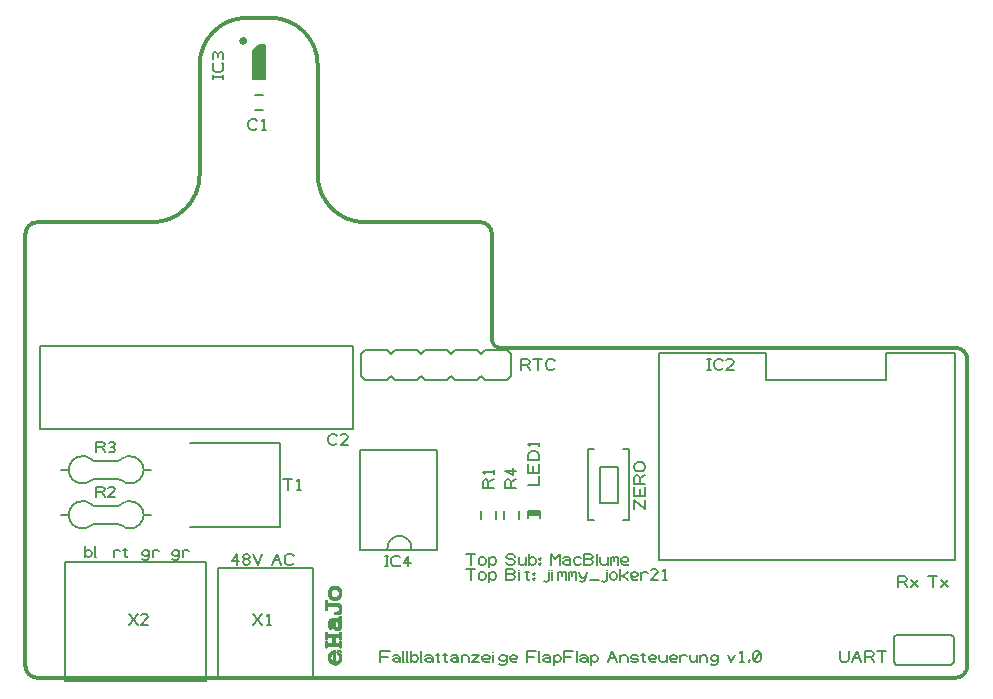
<source format=gbr>
G04 GENERATED BY PULSONIX 12.5 GERBER.DLL 9449*
G04 #@! TF.GenerationSoftware,Pulsonix,Pulsonix,12.5.9449*
G04 #@! TF.CreationDate,2024-10-09T20:32:21--1:00*
G04 #@! TF.Part,Single*
%FSLAX35Y35*%
%LPD*%
%MOMM*%
G04 #@! TF.FileFunction,Legend,Top*
G04 #@! TF.FilePolarity,Positive*
%ADD97C,0.00001*%
G04 #@! TA.AperFunction,Profile*
%ADD98C,0.30000*%
G04 #@! TA.AperFunction,Material*
%ADD102C,0.20000*%
%ADD111C,0.20320*%
G04 #@! TD.AperFunction*
%ADD112C,0.20000*%
G04 #@! TD.AperFunction*
X0Y0D02*
D02*
D97*
X3508801Y2439096D02*
X3603430D01*
Y2443490D01*
X3604016Y2447299D01*
X3604602Y2449936D01*
X3605481Y2451693D01*
X3607238Y2453451D01*
X3609289Y2454623D01*
X3611633Y2455502D01*
X3614270Y2455795D01*
X3617199Y2455502D01*
X3619836Y2454916D01*
X3621887Y2453451D01*
X3623352Y2451986D01*
X3623938Y2450815D01*
X3624524Y2449643D01*
X3625110Y2448178D01*
X3625402Y2446420D01*
X3625695Y2444076D01*
X3625988Y2441733D01*
Y2438803D01*
Y2435873D01*
Y2412729D01*
Y2408041D01*
X3625402Y2404233D01*
X3624524Y2401303D01*
X3623352Y2398959D01*
X3621887Y2397494D01*
X3619836Y2396322D01*
X3617492Y2395443D01*
X3614563D01*
X3611340Y2395736D01*
X3608996Y2396615D01*
X3606652Y2397787D01*
X3604895Y2399838D01*
X3604016Y2402182D01*
X3603430Y2405111D01*
X3603137Y2408627D01*
X3602844Y2412729D01*
Y2414486D01*
X3572375D01*
Y2362045D01*
X3602844D01*
Y2366147D01*
X3603137Y2369369D01*
X3603430Y2372299D01*
X3604309Y2374936D01*
X3605481Y2376986D01*
X3607238Y2379037D01*
X3609289Y2380209D01*
X3611633Y2381088D01*
X3614270Y2381381D01*
X3617199Y2381088D01*
X3619836Y2380502D01*
X3621887Y2379330D01*
X3623352Y2377865D01*
X3624524Y2375815D01*
X3625402Y2372885D01*
X3625988Y2369369D01*
Y2365268D01*
Y2335678D01*
Y2331869D01*
X3625402Y2328354D01*
X3624231Y2325717D01*
X3623059Y2323959D01*
X3621301Y2322494D01*
X3619250Y2321615D01*
X3616906Y2321029D01*
X3614270Y2320736D01*
X3611340Y2321029D01*
X3608996Y2321908D01*
X3606945Y2323080D01*
X3605481Y2324545D01*
X3604602Y2326596D01*
X3604016Y2329233D01*
X3603430Y2333041D01*
Y2337436D01*
X3508801D01*
X3508508Y2333041D01*
X3507922Y2329233D01*
X3507043Y2326596D01*
X3506164Y2324545D01*
X3504699Y2323080D01*
X3502649Y2321908D01*
X3500012Y2321029D01*
X3497082Y2320736D01*
X3494445Y2321029D01*
X3492102Y2321615D01*
X3490344Y2322494D01*
X3488586Y2323959D01*
X3487121Y2326010D01*
X3486242Y2328647D01*
X3485656Y2332162D01*
Y2336264D01*
Y2364096D01*
Y2368783D01*
X3486242Y2372299D01*
X3486828Y2375229D01*
X3488000Y2377279D01*
X3489465Y2379037D01*
X3491516Y2380502D01*
X3494152Y2381088D01*
X3497082Y2381381D01*
X3500012Y2381088D01*
X3502649Y2380209D01*
X3504699Y2378744D01*
X3506457Y2376693D01*
X3507336Y2374350D01*
X3508215Y2371420D01*
X3508508Y2367611D01*
X3508801Y2363510D01*
Y2362045D01*
X3550110D01*
Y2414486D01*
X3508801D01*
Y2410385D01*
X3508508Y2406869D01*
X3507922Y2403940D01*
X3507336Y2401596D01*
X3506164Y2399545D01*
X3504406Y2397494D01*
X3502356Y2396322D01*
X3500012Y2395736D01*
X3497082Y2395443D01*
X3494152Y2395736D01*
X3491516Y2396322D01*
X3489465Y2397494D01*
X3488000Y2399545D01*
X3486828Y2401596D01*
X3486242Y2404525D01*
X3485656Y2408627D01*
Y2413900D01*
Y2440561D01*
Y2444662D01*
X3486242Y2447885D01*
X3487121Y2450522D01*
X3488586Y2452572D01*
X3490344Y2454037D01*
X3492102Y2454916D01*
X3494445Y2455502D01*
X3497082Y2455795D01*
X3500012Y2455502D01*
X3502356Y2454916D01*
X3504406Y2453451D01*
X3506164Y2451986D01*
X3507043Y2449936D01*
X3507922Y2447299D01*
X3508508Y2443490D01*
X3508801Y2439096D01*
G36*
X3508801Y2439096D02*
X3603430D01*
Y2443490D01*
X3604016Y2447299D01*
X3604602Y2449936D01*
X3605481Y2451693D01*
X3607238Y2453451D01*
X3609289Y2454623D01*
X3611633Y2455502D01*
X3614270Y2455795D01*
X3617199Y2455502D01*
X3619836Y2454916D01*
X3621887Y2453451D01*
X3623352Y2451986D01*
X3623938Y2450815D01*
X3624524Y2449643D01*
X3625110Y2448178D01*
X3625402Y2446420D01*
X3625695Y2444076D01*
X3625988Y2441733D01*
Y2438803D01*
Y2435873D01*
Y2412729D01*
Y2408041D01*
X3625402Y2404233D01*
X3624524Y2401303D01*
X3623352Y2398959D01*
X3621887Y2397494D01*
X3619836Y2396322D01*
X3617492Y2395443D01*
X3614563D01*
X3611340Y2395736D01*
X3608996Y2396615D01*
X3606652Y2397787D01*
X3604895Y2399838D01*
X3604016Y2402182D01*
X3603430Y2405111D01*
X3603137Y2408627D01*
X3602844Y2412729D01*
Y2414486D01*
X3572375D01*
Y2362045D01*
X3602844D01*
Y2366147D01*
X3603137Y2369369D01*
X3603430Y2372299D01*
X3604309Y2374936D01*
X3605481Y2376986D01*
X3607238Y2379037D01*
X3609289Y2380209D01*
X3611633Y2381088D01*
X3614270Y2381381D01*
X3617199Y2381088D01*
X3619836Y2380502D01*
X3621887Y2379330D01*
X3623352Y2377865D01*
X3624524Y2375815D01*
X3625402Y2372885D01*
X3625988Y2369369D01*
Y2365268D01*
Y2335678D01*
Y2331869D01*
X3625402Y2328354D01*
X3624231Y2325717D01*
X3623059Y2323959D01*
X3621301Y2322494D01*
X3619250Y2321615D01*
X3616906Y2321029D01*
X3614270Y2320736D01*
X3611340Y2321029D01*
X3608996Y2321908D01*
X3606945Y2323080D01*
X3605481Y2324545D01*
X3604602Y2326596D01*
X3604016Y2329233D01*
X3603430Y2333041D01*
Y2337436D01*
X3508801D01*
X3508508Y2333041D01*
X3507922Y2329233D01*
X3507043Y2326596D01*
X3506164Y2324545D01*
X3504699Y2323080D01*
X3502649Y2321908D01*
X3500012Y2321029D01*
X3497082Y2320736D01*
X3494445Y2321029D01*
X3492102Y2321615D01*
X3490344Y2322494D01*
X3488586Y2323959D01*
X3487121Y2326010D01*
X3486242Y2328647D01*
X3485656Y2332162D01*
Y2336264D01*
Y2364096D01*
Y2368783D01*
X3486242Y2372299D01*
X3486828Y2375229D01*
X3488000Y2377279D01*
X3489465Y2379037D01*
X3491516Y2380502D01*
X3494152Y2381088D01*
X3497082Y2381381D01*
X3500012Y2381088D01*
X3502649Y2380209D01*
X3504699Y2378744D01*
X3506457Y2376693D01*
X3507336Y2374350D01*
X3508215Y2371420D01*
X3508508Y2367611D01*
X3508801Y2363510D01*
Y2362045D01*
X3550110D01*
Y2414486D01*
X3508801D01*
Y2410385D01*
X3508508Y2406869D01*
X3507922Y2403940D01*
X3507336Y2401596D01*
X3506164Y2399545D01*
X3504406Y2397494D01*
X3502356Y2396322D01*
X3500012Y2395736D01*
X3497082Y2395443D01*
X3494152Y2395736D01*
X3491516Y2396322D01*
X3489465Y2397494D01*
X3488000Y2399545D01*
X3486828Y2401596D01*
X3486242Y2404525D01*
X3485656Y2408627D01*
Y2413900D01*
Y2440561D01*
Y2444662D01*
X3486242Y2447885D01*
X3487121Y2450522D01*
X3488586Y2452572D01*
X3490344Y2454037D01*
X3492102Y2454916D01*
X3494445Y2455502D01*
X3497082Y2455795D01*
X3500012Y2455502D01*
X3502356Y2454916D01*
X3504406Y2453451D01*
X3506164Y2451986D01*
X3507043Y2449936D01*
X3507922Y2447299D01*
X3508508Y2443490D01*
X3508801Y2439096D01*
G37*
X3612805Y2587631D02*
X3615442Y2587338D01*
X3617785Y2586752D01*
X3619543Y2585580D01*
X3621301Y2584115D01*
X3622766Y2582065D01*
X3623645Y2580014D01*
X3624231Y2577670D01*
Y2574740D01*
Y2557455D01*
Y2555404D01*
X3623645Y2553354D01*
X3622766Y2551596D01*
X3621887Y2549838D01*
X3618371Y2547494D01*
X3613684Y2546029D01*
X3616320Y2542514D01*
X3618664Y2538412D01*
X3620715Y2534604D01*
X3622473Y2530209D01*
X3624524Y2524643D01*
X3625988Y2519076D01*
X3626867Y2513217D01*
X3627160Y2507065D01*
X3626867Y2502670D01*
X3626574Y2498568D01*
X3625695Y2494760D01*
X3624524Y2490951D01*
X3623059Y2487436D01*
X3621301Y2483920D01*
X3619250Y2480990D01*
X3616906Y2478061D01*
X3614270Y2475424D01*
X3611340Y2473080D01*
X3608410Y2471029D01*
X3605188Y2469565D01*
X3601672Y2468393D01*
X3598156Y2467514D01*
X3594348Y2466928D01*
X3590539Y2466635D01*
X3585852Y2466928D01*
X3581164Y2467514D01*
X3577063Y2468686D01*
X3573254Y2470443D01*
X3569445Y2472494D01*
X3566223Y2475131D01*
X3563000Y2478354D01*
X3560363Y2481869D01*
X3558020Y2485678D01*
X3555676Y2489779D01*
X3553918Y2494174D01*
X3552453Y2498861D01*
X3551574Y2503842D01*
X3550695Y2509408D01*
X3550110Y2515268D01*
Y2521420D01*
Y2528158D01*
X3550695Y2534897D01*
X3552160Y2544272D01*
X3548352Y2543686D01*
X3545129Y2542514D01*
X3542199Y2541049D01*
X3539856Y2538998D01*
X3537805Y2536361D01*
X3536047Y2532553D01*
X3535168Y2528158D01*
X3534875Y2522885D01*
X3535168Y2519076D01*
X3536047Y2514682D01*
X3537219Y2509994D01*
X3539270Y2505014D01*
X3541320Y2499740D01*
X3542785Y2495639D01*
X3543664Y2492123D01*
X3543957Y2489486D01*
X3543664Y2487143D01*
X3543078Y2485092D01*
X3541906Y2483041D01*
X3540442Y2481576D01*
X3538391Y2480111D01*
X3536340Y2479233D01*
X3533703Y2478647D01*
X3531067Y2478354D01*
X3529016Y2478647D01*
X3526672Y2479233D01*
X3524914Y2480404D01*
X3522863Y2482162D01*
X3521106Y2484213D01*
X3519641Y2486850D01*
X3518176Y2489779D01*
X3516711Y2493295D01*
X3514660Y2500033D01*
X3513195Y2507943D01*
X3512317Y2516440D01*
X3512024Y2526108D01*
X3512317Y2531088D01*
X3512902Y2535775D01*
X3513488Y2540170D01*
X3514953Y2544272D01*
X3516418Y2548080D01*
X3518176Y2551596D01*
X3520520Y2554818D01*
X3522863Y2557748D01*
X3525793Y2560385D01*
X3529016Y2562729D01*
X3532531Y2564486D01*
X3536340Y2565951D01*
X3540442Y2567416D01*
X3544836Y2568002D01*
X3549524Y2568588D01*
X3554797Y2568881D01*
X3601379D01*
Y2570639D01*
X3601672Y2574740D01*
X3601965Y2578256D01*
X3602551Y2580893D01*
X3603430Y2583236D01*
X3605188Y2584994D01*
X3607238Y2586459D01*
X3609582Y2587338D01*
X3612805Y2587631D01*
X3572375Y2535483D02*
X3571789Y2530209D01*
X3571496Y2524643D01*
X3572082Y2517025D01*
X3572961Y2510580D01*
X3574426Y2504721D01*
X3576770Y2499740D01*
X3579406Y2496225D01*
X3582336Y2493881D01*
X3585559Y2492123D01*
X3589074Y2491830D01*
X3592004Y2492123D01*
X3594348Y2493002D01*
X3596399Y2494467D01*
X3598449Y2496518D01*
X3600500Y2499154D01*
X3601672Y2502377D01*
X3602551Y2505893D01*
X3602844Y2509701D01*
X3602551Y2516147D01*
X3601086Y2522299D01*
X3599035Y2528451D01*
X3595813Y2534018D01*
X3594348Y2536361D01*
X3592883Y2538412D01*
X3591125Y2540170D01*
X3589660Y2541635D01*
X3588195Y2542807D01*
X3586731Y2543686D01*
X3585266Y2543979D01*
X3583801Y2544272D01*
X3574133D01*
X3572375Y2535483D01*
X3512268Y2518051D02*
G36*
X3512268Y2518051D02*
X3512317Y2516440D01*
X3513195Y2507943D01*
X3514660Y2500033D01*
X3516711Y2493295D01*
X3518176Y2489779D01*
X3519641Y2486850D01*
X3521106Y2484213D01*
X3522863Y2482162D01*
X3524914Y2480404D01*
X3526672Y2479233D01*
X3529016Y2478647D01*
X3531067Y2478354D01*
X3533703Y2478647D01*
X3536340Y2479233D01*
X3538391Y2480111D01*
X3540442Y2481576D01*
X3541906Y2483041D01*
X3543078Y2485092D01*
X3543664Y2487143D01*
X3543957Y2489486D01*
X3543664Y2492123D01*
X3542785Y2495639D01*
X3541320Y2499740D01*
X3539270Y2505014D01*
X3537219Y2509994D01*
X3536047Y2514682D01*
X3535373Y2518051D01*
X3512268D01*
G37*
X3512024Y2526108D02*
G36*
X3512024Y2526108D02*
X3512268Y2518051D01*
X3535373D01*
X3535168Y2519076D01*
X3534875Y2522885D01*
X3535168Y2528158D01*
X3536047Y2532553D01*
X3537805Y2536361D01*
X3539856Y2538998D01*
X3542199Y2541049D01*
X3545129Y2542514D01*
X3548352Y2543686D01*
X3552160Y2544272D01*
X3550695Y2534897D01*
X3550110Y2528158D01*
Y2521420D01*
Y2518051D01*
X3572003D01*
X3571496Y2524643D01*
X3571789Y2530209D01*
X3572375Y2535483D01*
X3574133Y2544272D01*
X3583801D01*
X3585266Y2543979D01*
X3586731Y2543686D01*
X3588195Y2542807D01*
X3589660Y2541635D01*
X3591125Y2540170D01*
X3592883Y2538412D01*
X3594348Y2536361D01*
X3595813Y2534018D01*
X3599035Y2528451D01*
X3601086Y2522299D01*
X3602098Y2518051D01*
X3626142D01*
X3625988Y2519076D01*
X3624524Y2524643D01*
X3622473Y2530209D01*
X3620715Y2534604D01*
X3618664Y2538412D01*
X3616320Y2542514D01*
X3613684Y2546029D01*
X3618371Y2547494D01*
X3621887Y2549838D01*
X3622766Y2551596D01*
X3623645Y2553354D01*
X3624231Y2555404D01*
Y2557455D01*
Y2574740D01*
Y2577670D01*
X3623645Y2580014D01*
X3622766Y2582065D01*
X3621301Y2584115D01*
X3619543Y2585580D01*
X3617785Y2586752D01*
X3615442Y2587338D01*
X3612805Y2587631D01*
X3609582Y2587338D01*
X3607238Y2586459D01*
X3605188Y2584994D01*
X3603430Y2583236D01*
X3602551Y2580893D01*
X3601965Y2578256D01*
X3601672Y2574740D01*
X3601379Y2570639D01*
Y2568881D01*
X3554797D01*
X3549524Y2568588D01*
X3544836Y2568002D01*
X3540442Y2567416D01*
X3536340Y2565951D01*
X3532531Y2564486D01*
X3529016Y2562729D01*
X3525793Y2560385D01*
X3522863Y2557748D01*
X3520520Y2554818D01*
X3518176Y2551596D01*
X3516418Y2548080D01*
X3514953Y2544272D01*
X3513488Y2540170D01*
X3512902Y2535775D01*
X3512317Y2531088D01*
X3512024Y2526108D01*
G37*
X3550110Y2518051D02*
G36*
X3550110Y2518051D02*
Y2515268D01*
X3550695Y2509408D01*
X3551574Y2503842D01*
X3552453Y2498861D01*
X3553918Y2494174D01*
X3555676Y2489779D01*
X3558020Y2485678D01*
X3560363Y2481869D01*
X3563000Y2478354D01*
X3566223Y2475131D01*
X3569445Y2472494D01*
X3573254Y2470443D01*
X3577063Y2468686D01*
X3581164Y2467514D01*
X3585852Y2466928D01*
X3590539Y2466635D01*
X3594348Y2466928D01*
X3598156Y2467514D01*
X3601672Y2468393D01*
X3605188Y2469565D01*
X3608410Y2471029D01*
X3611340Y2473080D01*
X3614270Y2475424D01*
X3616906Y2478061D01*
X3619250Y2480990D01*
X3621301Y2483920D01*
X3623059Y2487436D01*
X3624524Y2490951D01*
X3625695Y2494760D01*
X3626574Y2498568D01*
X3626867Y2502670D01*
X3627160Y2507065D01*
X3626867Y2513217D01*
X3626142Y2518051D01*
X3602098D01*
X3602551Y2516147D01*
X3602844Y2509701D01*
X3602551Y2505893D01*
X3601672Y2502377D01*
X3600500Y2499154D01*
X3598449Y2496518D01*
X3596399Y2494467D01*
X3594348Y2493002D01*
X3592004Y2492123D01*
X3589074Y2491830D01*
X3585559Y2492123D01*
X3582336Y2493881D01*
X3579406Y2496225D01*
X3576770Y2499740D01*
X3574426Y2504721D01*
X3572961Y2510580D01*
X3572082Y2517025D01*
X3572003Y2518051D01*
X3550110D01*
G37*
X3497082Y2727377D02*
X3500012Y2727084D01*
X3502649Y2726205D01*
X3504699Y2725033D01*
X3506457Y2723275D01*
X3507336Y2721225D01*
X3508215Y2718588D01*
X3508508Y2715072D01*
X3508801Y2710678D01*
Y2700131D01*
X3576184D01*
X3582629Y2699838D01*
X3588488Y2699252D01*
X3594055Y2698373D01*
X3599328Y2697201D01*
X3604016Y2695443D01*
X3608117Y2693393D01*
X3611926Y2691049D01*
X3615149Y2688412D01*
X3618078Y2685190D01*
X3620422Y2681381D01*
X3622766Y2677572D01*
X3624524Y2672885D01*
X3625695Y2668197D01*
X3626867Y2662631D01*
X3627453Y2657065D01*
Y2650912D01*
Y2645346D01*
X3626867Y2640072D01*
X3626281Y2635092D01*
X3625110Y2630111D01*
X3623938Y2625424D01*
X3621887Y2620443D01*
X3619836Y2615463D01*
X3617199Y2610483D01*
X3616027Y2608139D01*
X3614563Y2606381D01*
X3613391Y2604916D01*
X3611926Y2604037D01*
X3610168Y2603451D01*
X3608117Y2602865D01*
X3605481Y2602572D01*
X3602551D01*
X3576477D01*
X3572082D01*
X3568860Y2603158D01*
X3566223Y2603744D01*
X3564465Y2604916D01*
X3563000Y2606381D01*
X3561828Y2608432D01*
X3561242Y2610483D01*
X3560949Y2612826D01*
X3561535Y2616635D01*
X3562707Y2619565D01*
X3564758Y2622201D01*
X3567688Y2623666D01*
X3569152Y2624252D01*
X3570910Y2624838D01*
X3572082D01*
X3573547Y2625131D01*
X3575012D01*
X3577063D01*
X3578235D01*
X3584387Y2625424D01*
X3589953Y2626303D01*
X3593469Y2627475D01*
X3596692Y2629525D01*
X3599328Y2631576D01*
X3601965Y2634213D01*
X3603723Y2637729D01*
X3605188Y2641244D01*
X3605774Y2645346D01*
X3606067Y2649740D01*
X3605774Y2656186D01*
X3604309Y2661459D01*
X3601965Y2665854D01*
X3598742Y2669369D01*
X3596692Y2670541D01*
X3594641Y2672006D01*
X3591711Y2672885D01*
X3588781Y2673764D01*
X3585266Y2674350D01*
X3581750Y2674936D01*
X3577649Y2675229D01*
X3573254D01*
X3508801D01*
Y2659115D01*
X3508508Y2654428D01*
X3508215Y2650912D01*
X3507336Y2648275D01*
X3506457Y2646225D01*
X3504699Y2644467D01*
X3502649Y2643002D01*
X3500012Y2642416D01*
X3497082Y2642123D01*
X3494445D01*
X3492102Y2642709D01*
X3490344Y2643881D01*
X3488586Y2645053D01*
X3487121Y2646811D01*
X3486242Y2648861D01*
X3485656Y2651205D01*
Y2653842D01*
Y2715951D01*
Y2718588D01*
X3486242Y2720932D01*
X3487414Y2722690D01*
X3488879Y2724447D01*
X3490637Y2725619D01*
X3492395Y2726498D01*
X3494738Y2727084D01*
X3497082Y2727377D01*
G36*
X3497082Y2727377D02*
X3500012Y2727084D01*
X3502649Y2726205D01*
X3504699Y2725033D01*
X3506457Y2723275D01*
X3507336Y2721225D01*
X3508215Y2718588D01*
X3508508Y2715072D01*
X3508801Y2710678D01*
Y2700131D01*
X3576184D01*
X3582629Y2699838D01*
X3588488Y2699252D01*
X3594055Y2698373D01*
X3599328Y2697201D01*
X3604016Y2695443D01*
X3608117Y2693393D01*
X3611926Y2691049D01*
X3615149Y2688412D01*
X3618078Y2685190D01*
X3620422Y2681381D01*
X3622766Y2677572D01*
X3624524Y2672885D01*
X3625695Y2668197D01*
X3626867Y2662631D01*
X3627453Y2657065D01*
Y2650912D01*
Y2645346D01*
X3626867Y2640072D01*
X3626281Y2635092D01*
X3625110Y2630111D01*
X3623938Y2625424D01*
X3621887Y2620443D01*
X3619836Y2615463D01*
X3617199Y2610483D01*
X3616027Y2608139D01*
X3614563Y2606381D01*
X3613391Y2604916D01*
X3611926Y2604037D01*
X3610168Y2603451D01*
X3608117Y2602865D01*
X3605481Y2602572D01*
X3602551D01*
X3576477D01*
X3572082D01*
X3568860Y2603158D01*
X3566223Y2603744D01*
X3564465Y2604916D01*
X3563000Y2606381D01*
X3561828Y2608432D01*
X3561242Y2610483D01*
X3560949Y2612826D01*
X3561535Y2616635D01*
X3562707Y2619565D01*
X3564758Y2622201D01*
X3567688Y2623666D01*
X3569152Y2624252D01*
X3570910Y2624838D01*
X3572082D01*
X3573547Y2625131D01*
X3575012D01*
X3577063D01*
X3578235D01*
X3584387Y2625424D01*
X3589953Y2626303D01*
X3593469Y2627475D01*
X3596692Y2629525D01*
X3599328Y2631576D01*
X3601965Y2634213D01*
X3603723Y2637729D01*
X3605188Y2641244D01*
X3605774Y2645346D01*
X3606067Y2649740D01*
X3605774Y2656186D01*
X3604309Y2661459D01*
X3601965Y2665854D01*
X3598742Y2669369D01*
X3596692Y2670541D01*
X3594641Y2672006D01*
X3591711Y2672885D01*
X3588781Y2673764D01*
X3585266Y2674350D01*
X3581750Y2674936D01*
X3577649Y2675229D01*
X3573254D01*
X3508801D01*
Y2659115D01*
X3508508Y2654428D01*
X3508215Y2650912D01*
X3507336Y2648275D01*
X3506457Y2646225D01*
X3504699Y2644467D01*
X3502649Y2643002D01*
X3500012Y2642416D01*
X3497082Y2642123D01*
X3494445D01*
X3492102Y2642709D01*
X3490344Y2643881D01*
X3488586Y2645053D01*
X3487121Y2646811D01*
X3486242Y2648861D01*
X3485656Y2651205D01*
Y2653842D01*
Y2715951D01*
Y2718588D01*
X3486242Y2720932D01*
X3487414Y2722690D01*
X3488879Y2724447D01*
X3490637Y2725619D01*
X3492395Y2726498D01*
X3494738Y2727084D01*
X3497082Y2727377D01*
G37*
X3569445Y2846029D02*
X3575598Y2845736D01*
X3581457Y2845150D01*
X3587317Y2843686D01*
X3592590Y2841928D01*
X3597570Y2839291D01*
X3602258Y2836361D01*
X3606945Y2832846D01*
X3611047Y2828744D01*
X3614856Y2824350D01*
X3618078Y2819662D01*
X3620715Y2814389D01*
X3623059Y2809115D01*
X3624817Y2803256D01*
X3625988Y2797397D01*
X3626867Y2790951D01*
X3627160Y2784213D01*
X3626867Y2777475D01*
X3625988Y2771322D01*
X3624817Y2765170D01*
X3623059Y2759604D01*
X3620715Y2754330D01*
X3618078Y2749057D01*
X3614856Y2744369D01*
X3611047Y2739975D01*
X3606945Y2735873D01*
X3602258Y2732358D01*
X3597570Y2729428D01*
X3592590Y2726791D01*
X3587317Y2725033D01*
X3581750Y2723568D01*
X3575891Y2722983D01*
X3569738Y2722690D01*
X3563586Y2722983D01*
X3557434Y2723568D01*
X3551867Y2725033D01*
X3546594Y2726791D01*
X3541613Y2729428D01*
X3536926Y2732358D01*
X3532238Y2735873D01*
X3528137Y2739975D01*
X3524328Y2744369D01*
X3521106Y2749057D01*
X3518469Y2754330D01*
X3516125Y2759604D01*
X3514367Y2765170D01*
X3513195Y2771322D01*
X3512317Y2777768D01*
X3512024Y2784213D01*
X3512317Y2790951D01*
X3513195Y2797397D01*
X3514367Y2803256D01*
X3516125Y2809115D01*
X3518469Y2814389D01*
X3521106Y2819662D01*
X3524328Y2824350D01*
X3528137Y2828744D01*
X3532238Y2832846D01*
X3536926Y2836361D01*
X3541613Y2839291D01*
X3546594Y2841928D01*
X3551867Y2843686D01*
X3557434Y2845150D01*
X3563293Y2845736D01*
X3569445Y2846029D01*
Y2749350D02*
X3573254Y2749643D01*
X3576770Y2749936D01*
X3580285Y2750815D01*
X3583508Y2751693D01*
X3586438Y2753158D01*
X3589367Y2754916D01*
X3592004Y2756967D01*
X3594641Y2759018D01*
X3596985Y2761654D01*
X3599035Y2764291D01*
X3600500Y2767221D01*
X3601965Y2770150D01*
X3603137Y2773666D01*
X3603723Y2776889D01*
X3604309Y2780697D01*
Y2784506D01*
Y2788022D01*
X3603723Y2791830D01*
X3603137Y2795346D01*
X3601965Y2798568D01*
X3600500Y2801498D01*
X3599035Y2804428D01*
X3596985Y2807065D01*
X3594641Y2809701D01*
X3592004Y2812045D01*
X3589367Y2814096D01*
X3586438Y2815854D01*
X3583508Y2817025D01*
X3580285Y2818197D01*
X3577063Y2819076D01*
X3573254Y2819369D01*
X3569738Y2819662D01*
X3565930Y2819369D01*
X3562414Y2819076D01*
X3558899Y2818197D01*
X3555676Y2817025D01*
X3552746Y2815854D01*
X3549817Y2814096D01*
X3546887Y2812045D01*
X3544543Y2809701D01*
X3542199Y2807065D01*
X3540149Y2804428D01*
X3538391Y2801498D01*
X3536926Y2798568D01*
X3536047Y2795346D01*
X3535168Y2791830D01*
X3534875Y2788022D01*
X3534582Y2784506D01*
X3534875Y2780697D01*
X3535168Y2776889D01*
X3536047Y2773666D01*
X3536926Y2770150D01*
X3538391Y2767221D01*
X3540149Y2764291D01*
X3542199Y2761654D01*
X3544543Y2759018D01*
X3546887Y2756967D01*
X3549817Y2754916D01*
X3552453Y2753158D01*
X3555676Y2751693D01*
X3558899Y2750815D01*
X3562121Y2749936D01*
X3565637Y2749643D01*
X3569445Y2749350D01*
X3512037Y2784506D02*
G36*
X3512037Y2784506D02*
X3534582D01*
X3534875Y2788022D01*
X3535168Y2791830D01*
X3536047Y2795346D01*
X3536926Y2798568D01*
X3538391Y2801498D01*
X3540149Y2804428D01*
X3542199Y2807065D01*
X3544543Y2809701D01*
X3546887Y2812045D01*
X3549817Y2814096D01*
X3552746Y2815854D01*
X3555676Y2817025D01*
X3558899Y2818197D01*
X3562414Y2819076D01*
X3565930Y2819369D01*
X3569738Y2819662D01*
X3573254Y2819369D01*
X3577063Y2819076D01*
X3580285Y2818197D01*
X3583508Y2817025D01*
X3586438Y2815854D01*
X3589367Y2814096D01*
X3592004Y2812045D01*
X3594641Y2809701D01*
X3596985Y2807065D01*
X3599035Y2804428D01*
X3600500Y2801498D01*
X3601965Y2798568D01*
X3603137Y2795346D01*
X3603723Y2791830D01*
X3604309Y2788022D01*
Y2784506D01*
X3627147D01*
X3626867Y2790951D01*
X3625988Y2797397D01*
X3624817Y2803256D01*
X3623059Y2809115D01*
X3620715Y2814389D01*
X3618078Y2819662D01*
X3614856Y2824350D01*
X3611047Y2828744D01*
X3606945Y2832846D01*
X3602258Y2836361D01*
X3597570Y2839291D01*
X3592590Y2841928D01*
X3587317Y2843686D01*
X3581457Y2845150D01*
X3575598Y2845736D01*
X3569445Y2846029D01*
X3563293Y2845736D01*
X3557434Y2845150D01*
X3551867Y2843686D01*
X3546594Y2841928D01*
X3541613Y2839291D01*
X3536926Y2836361D01*
X3532238Y2832846D01*
X3528137Y2828744D01*
X3524328Y2824350D01*
X3521106Y2819662D01*
X3518469Y2814389D01*
X3516125Y2809115D01*
X3514367Y2803256D01*
X3513195Y2797397D01*
X3512317Y2790951D01*
X3512037Y2784506D01*
G37*
X3512024Y2784213D02*
G36*
X3512024Y2784213D02*
X3512317Y2777768D01*
X3513195Y2771322D01*
X3514367Y2765170D01*
X3516125Y2759604D01*
X3518469Y2754330D01*
X3521106Y2749057D01*
X3524328Y2744369D01*
X3528137Y2739975D01*
X3532238Y2735873D01*
X3536926Y2732358D01*
X3541613Y2729428D01*
X3546594Y2726791D01*
X3551867Y2725033D01*
X3557434Y2723568D01*
X3563586Y2722983D01*
X3569738Y2722690D01*
X3575891Y2722983D01*
X3581750Y2723568D01*
X3587317Y2725033D01*
X3592590Y2726791D01*
X3597570Y2729428D01*
X3602258Y2732358D01*
X3606945Y2735873D01*
X3611047Y2739975D01*
X3614856Y2744369D01*
X3618078Y2749057D01*
X3620715Y2754330D01*
X3623059Y2759604D01*
X3624817Y2765170D01*
X3625988Y2771322D01*
X3626867Y2777475D01*
X3627160Y2784213D01*
X3627147Y2784506D01*
X3604309D01*
Y2780697D01*
X3603723Y2776889D01*
X3603137Y2773666D01*
X3601965Y2770150D01*
X3600500Y2767221D01*
X3599035Y2764291D01*
X3596985Y2761654D01*
X3594641Y2759018D01*
X3592004Y2756967D01*
X3589367Y2754916D01*
X3586438Y2753158D01*
X3583508Y2751693D01*
X3580285Y2750815D01*
X3576770Y2749936D01*
X3573254Y2749643D01*
X3569445Y2749350D01*
X3565637Y2749643D01*
X3562121Y2749936D01*
X3558899Y2750815D01*
X3555676Y2751693D01*
X3552453Y2753158D01*
X3549817Y2754916D01*
X3546887Y2756967D01*
X3544543Y2759018D01*
X3542199Y2761654D01*
X3540149Y2764291D01*
X3538391Y2767221D01*
X3536926Y2770150D01*
X3536047Y2773666D01*
X3535168Y2776889D01*
X3534875Y2780697D01*
X3534582Y2784506D01*
X3512037D01*
X3512024Y2784213D01*
G37*
X3587610Y2272983D02*
X3585852Y2276205D01*
X3584973Y2279428D01*
X3584680Y2283236D01*
X3584973Y2286752D01*
X3585852Y2290268D01*
X3587610Y2293490D01*
X3589953Y2296127D01*
X3592883Y2298471D01*
X3596106Y2300229D01*
X3599621Y2301108D01*
X3603137Y2301693D01*
X3606652Y2301108D01*
X3610461Y2300229D01*
X3613391Y2298471D01*
X3616320Y2296420D01*
X3618664Y2293490D01*
X3620422Y2290268D01*
X3621301Y2286752D01*
X3621594Y2283236D01*
X3621301Y2279428D01*
X3619250Y2274447D01*
X3621594Y2268002D01*
X3623352Y2261850D01*
X3624817Y2255990D01*
X3625695Y2249838D01*
X3625988Y2243686D01*
Y2237826D01*
X3625695Y2231381D01*
X3625110Y2225229D01*
X3623938Y2219662D01*
X3622180Y2214096D01*
X3620129Y2209115D01*
X3617492Y2204428D01*
X3614563Y2199740D01*
X3611047Y2195639D01*
X3604895Y2190365D01*
X3597863Y2185971D01*
X3589953Y2182748D01*
X3581164Y2180404D01*
X3577649Y2177475D01*
X3573547Y2175424D01*
X3568860Y2174838D01*
X3563879Y2175131D01*
X3560656Y2176303D01*
X3557434Y2177768D01*
X3554797Y2179818D01*
X3552453Y2182455D01*
X3546008Y2184799D01*
X3539856Y2188022D01*
X3534289Y2192123D01*
X3529016Y2196811D01*
X3525500Y2201205D01*
X3522277Y2205893D01*
X3519641Y2210873D01*
X3517590Y2216147D01*
X3515832Y2221713D01*
X3514660Y2227865D01*
X3513781Y2234018D01*
X3513488Y2240463D01*
X3513781Y2246615D01*
X3514367Y2252182D01*
X3515539Y2257455D01*
X3517297Y2262729D01*
X3519348Y2267709D01*
X3521692Y2272104D01*
X3524621Y2276498D01*
X3528137Y2280600D01*
X3531945Y2284408D01*
X3536047Y2287631D01*
X3540442Y2290561D01*
X3544836Y2292904D01*
X3549524Y2294662D01*
X3554211Y2295834D01*
X3559485Y2296713D01*
X3564465D01*
X3567981D01*
X3570910Y2296127D01*
X3572961Y2294955D01*
X3574719Y2293490D01*
X3575891Y2291440D01*
X3576477Y2287924D01*
X3577063Y2283529D01*
Y2277670D01*
Y2209115D01*
X3579699Y2207358D01*
X3582043Y2205014D01*
X3586731Y2206186D01*
X3590832Y2208236D01*
X3594641Y2210580D01*
X3597863Y2213803D01*
X3601379Y2218783D01*
X3604016Y2224643D01*
X3605481Y2231674D01*
X3605774Y2239584D01*
X3605481Y2245150D01*
X3604309Y2251596D01*
X3602551Y2258041D01*
X3599914Y2264779D01*
X3599621D01*
X3596106Y2265951D01*
X3592590Y2267709D01*
X3589953Y2270053D01*
X3587610Y2272983D01*
X3540442Y2217025D02*
X3543371Y2213803D01*
X3546887Y2210873D01*
X3550402Y2208529D01*
X3554797Y2206479D01*
X3557727Y2209115D01*
X3558020Y2271518D01*
X3553039Y2270346D01*
X3548352Y2268295D01*
X3544250Y2265365D01*
X3540735Y2261850D01*
X3537512Y2257162D01*
X3535461Y2252182D01*
X3533996Y2246615D01*
X3533410Y2240463D01*
X3533996Y2233725D01*
X3535168Y2227572D01*
X3537512Y2222006D01*
X3540442Y2217025D01*
X3575305Y2198275D02*
X3574133Y2199740D01*
X3572668Y2200912D01*
X3571203Y2201791D01*
X3569445Y2202377D01*
X3567688D01*
X3565930D01*
X3564172Y2201791D01*
X3562707Y2200912D01*
X3561242Y2199740D01*
X3560070Y2198275D01*
X3559192Y2196811D01*
X3558899Y2195053D01*
X3558606Y2193295D01*
X3558899Y2191537D01*
X3559192Y2189779D01*
X3560070Y2188022D01*
X3561242Y2186850D01*
X3562414Y2185678D01*
X3565637Y2184213D01*
X3567688D01*
X3569445D01*
X3570910Y2184799D01*
X3572668Y2185678D01*
X3574133Y2186557D01*
X3575012Y2188022D01*
X3575891Y2189486D01*
X3576477Y2191244D01*
X3576770Y2193002D01*
X3576477Y2194760D01*
X3575891Y2196518D01*
X3575305Y2198275D01*
X3610754Y2288217D02*
X3609582Y2289682D01*
X3608117Y2290561D01*
X3606652Y2291440D01*
X3604602Y2292025D01*
X3602844Y2292318D01*
X3601086Y2292025D01*
X3599621Y2291440D01*
X3597863Y2290854D01*
X3595520Y2288217D01*
X3594055Y2284994D01*
X3593762Y2282943D01*
X3594055Y2281186D01*
X3594641Y2279428D01*
X3595520Y2277963D01*
X3596692Y2276498D01*
X3598156Y2275326D01*
X3601379Y2274154D01*
X3603137Y2273861D01*
X3604895Y2274154D01*
X3606652Y2274447D01*
X3608117Y2275619D01*
X3609582Y2276791D01*
X3610754Y2278256D01*
X3611633Y2279721D01*
X3611926Y2281479D01*
X3612219Y2283236D01*
X3611926Y2284994D01*
X3611633Y2286459D01*
X3610754Y2288217D01*
X3513488Y2240463D02*
G36*
X3513488Y2240463D02*
X3513555Y2238998D01*
X3533537D01*
X3533410Y2240463D01*
X3533996Y2246615D01*
X3535461Y2252182D01*
X3537512Y2257162D01*
X3540735Y2261850D01*
X3544250Y2265365D01*
X3548352Y2268295D01*
X3553039Y2270346D01*
X3558020Y2271518D01*
X3557867Y2238998D01*
X3577063D01*
Y2277670D01*
Y2283089D01*
X3530626D01*
X3528137Y2280600D01*
X3524621Y2276498D01*
X3521692Y2272104D01*
X3519348Y2267709D01*
X3517297Y2262729D01*
X3515539Y2257455D01*
X3514367Y2252182D01*
X3513781Y2246615D01*
X3513488Y2240463D01*
G37*
X3530626Y2283089D02*
G36*
X3530626Y2283089D02*
X3577063D01*
Y2283529D01*
X3576477Y2287924D01*
X3575891Y2291440D01*
X3574719Y2293490D01*
X3572961Y2294955D01*
X3570910Y2296127D01*
X3567981Y2296713D01*
X3564465D01*
X3559485D01*
X3554211Y2295834D01*
X3549524Y2294662D01*
X3544836Y2292904D01*
X3540442Y2290561D01*
X3536047Y2287631D01*
X3531945Y2284408D01*
X3530626Y2283089D01*
G37*
X3532971Y2193295D02*
G36*
X3532971Y2193295D02*
X3534289Y2192123D01*
X3539856Y2188022D01*
X3546008Y2184799D01*
X3552453Y2182455D01*
X3554797Y2179818D01*
X3557434Y2177768D01*
X3560656Y2176303D01*
X3563879Y2175131D01*
X3568860Y2174838D01*
X3573547Y2175424D01*
X3577649Y2177475D01*
X3581164Y2180404D01*
X3589953Y2182748D01*
X3597863Y2185971D01*
X3604895Y2190365D01*
X3608313Y2193295D01*
X3576721D01*
X3576770Y2193002D01*
X3576477Y2191244D01*
X3575891Y2189486D01*
X3575012Y2188022D01*
X3574133Y2186557D01*
X3572668Y2185678D01*
X3570910Y2184799D01*
X3569445Y2184213D01*
X3567688D01*
X3565637D01*
X3562414Y2185678D01*
X3561242Y2186850D01*
X3560070Y2188022D01*
X3559192Y2189779D01*
X3558899Y2191537D01*
X3558606Y2193295D01*
X3532971D01*
G37*
X3584680Y2283236D02*
G36*
X3584680Y2283236D02*
X3584691Y2283089D01*
X3593783D01*
X3594055Y2284994D01*
X3595520Y2288217D01*
X3597863Y2290854D01*
X3599621Y2291440D01*
X3601086Y2292025D01*
X3602844Y2292318D01*
X3604602Y2292025D01*
X3606652Y2291440D01*
X3608117Y2290561D01*
X3609582Y2289682D01*
X3610754Y2288217D01*
X3611633Y2286459D01*
X3611926Y2284994D01*
X3612219Y2283236D01*
X3612194Y2283089D01*
X3621583D01*
X3621594Y2283236D01*
X3621301Y2286752D01*
X3620422Y2290268D01*
X3618664Y2293490D01*
X3616320Y2296420D01*
X3613391Y2298471D01*
X3610461Y2300229D01*
X3606652Y2301108D01*
X3603137Y2301693D01*
X3599621Y2301108D01*
X3596106Y2300229D01*
X3592883Y2298471D01*
X3589953Y2296127D01*
X3587610Y2293490D01*
X3585852Y2290268D01*
X3584973Y2286752D01*
X3584680Y2283236D01*
G37*
X3513555Y2238998D02*
G36*
X3513555Y2238998D02*
X3513781Y2234018D01*
X3514660Y2227865D01*
X3515832Y2221713D01*
X3517590Y2216147D01*
X3519641Y2210873D01*
X3522277Y2205893D01*
X3525500Y2201205D01*
X3529016Y2196811D01*
X3532971Y2193295D01*
X3558606D01*
X3558899Y2195053D01*
X3559192Y2196811D01*
X3560070Y2198275D01*
X3561242Y2199740D01*
X3562707Y2200912D01*
X3564172Y2201791D01*
X3565930Y2202377D01*
X3567688D01*
X3569445D01*
X3571203Y2201791D01*
X3572668Y2200912D01*
X3574133Y2199740D01*
X3575305Y2198275D01*
X3575891Y2196518D01*
X3576477Y2194760D01*
X3576721Y2193295D01*
X3608313D01*
X3611047Y2195639D01*
X3614563Y2199740D01*
X3617492Y2204428D01*
X3620129Y2209115D01*
X3622180Y2214096D01*
X3623938Y2219662D01*
X3625110Y2225229D01*
X3625695Y2231381D01*
X3625988Y2237826D01*
Y2238998D01*
X3605752D01*
X3605481Y2231674D01*
X3604016Y2224643D01*
X3601379Y2218783D01*
X3597863Y2213803D01*
X3594641Y2210580D01*
X3590832Y2208236D01*
X3586731Y2206186D01*
X3582043Y2205014D01*
X3579699Y2207358D01*
X3577063Y2209115D01*
Y2238998D01*
X3557867D01*
X3557727Y2209115D01*
X3554797Y2206479D01*
X3550402Y2208529D01*
X3546887Y2210873D01*
X3543371Y2213803D01*
X3540442Y2217025D01*
X3537512Y2222006D01*
X3535168Y2227572D01*
X3533996Y2233725D01*
X3533537Y2238998D01*
X3513555D01*
G37*
X3584691Y2283089D02*
G36*
X3584691Y2283089D02*
X3584973Y2279428D01*
X3585852Y2276205D01*
X3587610Y2272983D01*
X3589953Y2270053D01*
X3592590Y2267709D01*
X3596106Y2265951D01*
X3599621Y2264779D01*
X3599914D01*
X3602551Y2258041D01*
X3604309Y2251596D01*
X3605481Y2245150D01*
X3605774Y2239584D01*
X3605752Y2238998D01*
X3625988D01*
Y2243686D01*
X3625695Y2249838D01*
X3624817Y2255990D01*
X3623352Y2261850D01*
X3621594Y2268002D01*
X3619250Y2274447D01*
X3621301Y2279428D01*
X3621583Y2283089D01*
X3612194D01*
X3611926Y2281479D01*
X3611633Y2279721D01*
X3610754Y2278256D01*
X3609582Y2276791D01*
X3608117Y2275619D01*
X3606652Y2274447D01*
X3604895Y2274154D01*
X3603137Y2273861D01*
X3601379Y2274154D01*
X3598156Y2275326D01*
X3596692Y2276498D01*
X3595520Y2277963D01*
X3594641Y2279428D01*
X3594055Y2281186D01*
X3593762Y2282943D01*
X3593783Y2283089D01*
X3584691D01*
G37*
D02*
D98*
X1051797Y5922545D02*
X2026797D01*
G75*
G03*
X2426797Y6322545I0J400000D01*
G01*
Y7253045D01*
G75*
G02*
X2826797Y7653045I400000J0D01*
G01*
X3026797D01*
G75*
G02*
X3426797Y7253045I0J-400000D01*
G01*
Y6322545D01*
G75*
G03*
X3826797Y5922545I400000J0D01*
G01*
X4801797D01*
G75*
G02*
X4901797Y5822545I0J-100000D01*
G01*
Y4922545D01*
G75*
G03*
X4965297Y4859045I63500J0D01*
G01*
X8826797D01*
G75*
G02*
X8926797Y4759045I0J-100000D01*
G01*
Y2165045D01*
G75*
G02*
X8826797Y2065045I-100000J0D01*
G01*
X1051797D01*
G75*
G02*
X951797Y2165045I0J100000D01*
G01*
Y5822545D01*
G75*
G02*
X1051797Y5922545I100000J0D01*
G01*
D02*
D102*
X1283297Y3046545D02*
X2483297D01*
Y2036545D01*
X1283297D01*
Y3046545D01*
X1317797Y3444545D02*
X1254297D01*
X1317797Y3825545D02*
X1254297D01*
X1952797Y3444545D02*
X2016297D01*
X1952797D02*
G75*
G02*
X1837797Y3329545I-115000J0D01*
G01*
X1809922D01*
G75*
G02*
X1778297Y3349295I7323J46922D01*
G01*
G75*
G03*
X1730547Y3369545I-45262J-40305D01*
G01*
X1540047D01*
G75*
G03*
X1492297Y3345420I2096J-63465D01*
G01*
G75*
G02*
X1460297Y3329545I-34291J28933D01*
G01*
X1432797D01*
G75*
G02*
X1317797Y3444545I0J115000D01*
G01*
G75*
G02*
X1432797Y3559545I115000J0D01*
G01*
X1460297D01*
G75*
G02*
X1492297Y3543670I-3620J-47487D01*
G01*
G75*
G03*
X1532422Y3519545I41434J23482D01*
G01*
X1738172D01*
G75*
G03*
X1778297Y3543670I-1309J47607D01*
G01*
G75*
G02*
X1810297Y3559545I27666J-15578D01*
G01*
X1837797D01*
G75*
G02*
X1952797Y3444545I0J-115000D01*
G01*
Y3825545D02*
X2016297D01*
X1952797D02*
G75*
G02*
X1837797Y3710545I-115000J0D01*
G01*
X1809922D01*
G75*
G02*
X1778297Y3730295I7323J46922D01*
G01*
G75*
G03*
X1730547Y3750545I-45262J-40305D01*
G01*
X1540047D01*
G75*
G03*
X1492297Y3726420I2096J-63465D01*
G01*
G75*
G02*
X1460297Y3710545I-34291J28933D01*
G01*
X1432797D01*
G75*
G02*
X1317797Y3825545I0J115000D01*
G01*
G75*
G02*
X1432797Y3940545I115000J0D01*
G01*
X1460297D01*
G75*
G02*
X1492297Y3924670I-3620J-47487D01*
G01*
G75*
G03*
X1532422Y3900545I41434J23482D01*
G01*
X1738172D01*
G75*
G03*
X1778297Y3924670I-1309J47607D01*
G01*
G75*
G02*
X1810297Y3940545I27666J-15578D01*
G01*
X1837797D01*
G75*
G02*
X1952797Y3825545I0J-115000D01*
G01*
X2795797Y7482545D02*
G75*
G03*
Y7432545I0J-25000D01*
G01*
G75*
G03*
Y7482545I0J25000D01*
G01*
G36*
X2795797Y7482545D02*
G75*
G03*
Y7432545I0J-25000D01*
G01*
G75*
G03*
Y7482545I0J25000D01*
G01*
G37*
X2891797Y6874545D02*
X2961797D01*
X2891797Y6999545D02*
X2961797D01*
X2926797Y7422545D02*
X2976797D01*
Y7132545D01*
X2876797D01*
Y7372545D01*
X2926797Y7422545D01*
G36*
X2926797Y7422545D02*
X2976797D01*
Y7132545D01*
X2876797D01*
Y7372545D01*
X2926797Y7422545D01*
G37*
X4811297Y3479545D02*
Y3409545D01*
X4936297Y3479545D02*
Y3409545D01*
X5001797Y3479545D02*
Y3409545D01*
X5126797Y3479545D02*
Y3409545D01*
X5204797Y3444545D02*
Y3414545D01*
X5304797Y3444545D02*
Y3414545D01*
X8810797Y2408545D02*
Y2194545D01*
X8790797Y2174545D01*
X8322797D01*
X8302797Y2194545D01*
Y2408545D01*
X8322797Y2428545D01*
X8790797D01*
X8810797Y2408545D01*
X8820297Y3064545D02*
Y4814545D01*
X8239297D01*
Y4587545D01*
X7223297D01*
Y4814545D01*
X6320297D01*
Y3064545D01*
X8820297D01*
D02*
D111*
X3108497Y3342945D02*
Y4054145D01*
Y3342945D02*
X2346497D01*
X3108497Y4054145D02*
X2346497D01*
X3389297Y2073045D02*
X2579297D01*
Y2993045D01*
X3389297D01*
Y2073045D01*
X3722297Y4874045D02*
X1072297D01*
Y4174045D01*
X3722297D01*
Y4874045D01*
X3786795Y3146538D02*
X3786801Y3996542D01*
X4436799Y3996552D01*
X4436793Y3146548D01*
X3786795Y3146538D01*
X3794297Y4619295D02*
Y4809795D01*
X3826047Y4587545D02*
X3794297Y4619295D01*
X3826047Y4841545D02*
X3794297Y4809795D01*
X4017399Y3146542D02*
Y3165142D01*
G75*
G02*
X4220598Y3165145I101600J2D01*
G01*
Y3146537D01*
X4017399Y3146542D01*
X4080047Y4587545D02*
X4048297Y4619295D01*
X4080047Y4841545D02*
X4048297Y4809795D01*
X4111797Y4841545D02*
X4080047D01*
X4048297Y4809795D01*
X4016547Y4841545D01*
X3826047D01*
X4270547Y4587545D02*
X4080047D01*
X4048297Y4619295D01*
X4016547Y4587545D01*
X3826047D01*
X4334047D02*
X4302297Y4619295D01*
X4334047Y4841545D02*
X4302297Y4809795D01*
X4365797Y4841545D02*
X4334047D01*
X4302297Y4809795D01*
X4270547Y4841545D01*
X4080047D01*
X4524547Y4587545D02*
X4334047D01*
X4302297Y4619295D01*
X4270547Y4587545D01*
X4080047D01*
X4588047D02*
X4556297Y4619295D01*
X4588047Y4841545D02*
X4556297Y4809795D01*
X4619797Y4841545D02*
X4588047D01*
X4556297Y4809795D01*
X4524547Y4841545D01*
X4334047D01*
X4778547Y4587545D02*
X4588047D01*
X4556297Y4619295D01*
X4524547Y4587545D01*
X4334047D01*
X4873797Y4841545D02*
X4842047D01*
X4810297Y4809795D01*
X4778547Y4841545D01*
X4588047D01*
X5032547Y4587545D02*
X4842047D01*
X4810297Y4619295D01*
X4778547Y4587545D01*
X4588047D01*
X5032547Y4841545D02*
X4873797D01*
X5064297Y4619295D02*
X5032547Y4587545D01*
X5064297Y4619295D02*
Y4809795D01*
X5032547Y4841545D01*
X5204797Y3474545D02*
X5304797D01*
Y3444545D01*
X5204797D01*
Y3474545D01*
G36*
X5204797Y3474545D02*
X5304797D01*
Y3444545D01*
X5204797D01*
Y3474545D01*
G37*
X5714797Y3398545D02*
X5764797D01*
X5714797Y3998545D02*
X5764797D01*
X5714797D02*
Y3398545D01*
X5814797Y3848545D02*
Y3548545D01*
X5964797D01*
Y3848545D01*
X5814797D01*
X6064797Y3398545D02*
X6014797D01*
X6064797Y3998545D02*
X6014797D01*
X6064797D02*
Y3398545D01*
D02*
D112*
X1455972Y3109427D02*
X1463619Y3094133D01*
X1478913Y3086486D01*
X1494207D01*
X1509501Y3094133D01*
X1517148Y3109427D01*
Y3124721D01*
X1509501Y3140016D01*
X1494207Y3147663D01*
X1478913D01*
X1463619Y3140016D01*
X1455972Y3124721D01*
Y3086486D02*
X1455972Y3178251D01*
X1552019Y3086486D02*
X1544372Y3086486D01*
Y3178251D01*
X1546572Y3591486D02*
X1546572Y3683251D01*
X1600101D01*
X1615396Y3675604D01*
X1623043Y3660310D01*
X1615396Y3645016D01*
X1600101Y3637369D01*
X1546572D01*
X1600101D02*
X1623043Y3591486D01*
X1713048D02*
X1651872Y3591486D01*
X1705401Y3645016D01*
X1713048Y3660310D01*
X1705401Y3675604D01*
X1690107Y3683251D01*
X1667166D01*
X1651872Y3675604D01*
X1546572Y3972486D02*
X1546572Y4064251D01*
X1600101D01*
X1615396Y4056604D01*
X1623043Y4041310D01*
X1615396Y4026016D01*
X1600101Y4018369D01*
X1546572D01*
X1600101D02*
X1623043Y3972486D01*
X1659519Y3980133D02*
X1674813Y3972486D01*
X1690107D01*
X1705401Y3980133D01*
X1713048Y3995427D01*
X1705401Y4010721D01*
X1690107Y4018369D01*
X1674813D01*
X1690107D02*
X1705401Y4026016D01*
X1713048Y4041310D01*
X1705401Y4056604D01*
X1690107Y4064251D01*
X1674813D01*
X1659519Y4056604D01*
X1697622Y3086486D02*
X1697622Y3147663D01*
Y3124721D02*
X1705269Y3140016D01*
X1720563Y3147663D01*
X1735857D01*
X1751151Y3140016D01*
X1778222Y3147663D02*
X1808810Y3147663D01*
X1793516Y3162957D02*
X1793516Y3094133D01*
X1801163Y3086486D01*
X1808810D01*
X1816457Y3094133D01*
X1825797Y2514986D02*
X1902268Y2606751D01*
X1825797D02*
X1902268Y2514986D01*
X1992273D02*
X1931097Y2514986D01*
X1984626Y2568516D01*
X1992273Y2583810D01*
X1984626Y2599104D01*
X1969332Y2606751D01*
X1946391D01*
X1931097Y2599104D01*
X2001098Y3124721D02*
X1993451Y3140016D01*
X1978157Y3147663D01*
X1962863D01*
X1947569Y3140016D01*
X1939922Y3124721D01*
Y3117074D01*
X1947569Y3101780D01*
X1962863Y3094133D01*
X1978157D01*
X1993451Y3101780D01*
X2001098Y3117074D01*
Y3147663D02*
X2001098Y3086486D01*
X1993451Y3071192D01*
X1978157Y3063545D01*
X1955216D01*
X1939922Y3071192D01*
X2028322Y3086486D02*
X2028322Y3147663D01*
Y3124721D02*
X2035969Y3140016D01*
X2051263Y3147663D01*
X2066557D01*
X2081851Y3140016D01*
X2255098Y3124721D02*
X2247451Y3140016D01*
X2232157Y3147663D01*
X2216863D01*
X2201569Y3140016D01*
X2193922Y3124721D01*
Y3117074D01*
X2201569Y3101780D01*
X2216863Y3094133D01*
X2232157D01*
X2247451Y3101780D01*
X2255098Y3117074D01*
Y3147663D02*
X2255098Y3086486D01*
X2247451Y3071192D01*
X2232157Y3063545D01*
X2209216D01*
X2193922Y3071192D01*
X2282322Y3086486D02*
X2282322Y3147663D01*
Y3124721D02*
X2289969Y3140016D01*
X2305263Y3147663D01*
X2320557D01*
X2335851Y3140016D01*
X2628356Y7137870D02*
X2628356Y7168458D01*
Y7153164D02*
X2536591Y7153164D01*
Y7137870D02*
X2536591Y7168458D01*
X2613062Y7270241D02*
X2620709Y7262594D01*
X2628356Y7247299D01*
Y7224358D01*
X2620709Y7209064D01*
X2613062Y7201417D01*
X2597768Y7193770D01*
X2567179D01*
X2551885Y7201417D01*
X2544238Y7209064D01*
X2536591Y7224358D01*
Y7247299D01*
X2544238Y7262594D01*
X2551885Y7270241D01*
X2620709Y7306717D02*
X2628356Y7322011D01*
Y7337305D01*
X2620709Y7352599D01*
X2605415Y7360246D01*
X2590121Y7352599D01*
X2582473Y7337305D01*
Y7322011D01*
Y7337305D02*
X2574826Y7352599D01*
X2559532Y7360246D01*
X2544238Y7352599D01*
X2536591Y7337305D01*
Y7322011D01*
X2544238Y7306717D01*
X2914543Y6718280D02*
X2906896Y6710633D01*
X2891601Y6702986D01*
X2868660D01*
X2853366Y6710633D01*
X2845719Y6718280D01*
X2838072Y6733574D01*
Y6764163D01*
X2845719Y6779457D01*
X2853366Y6787104D01*
X2868660Y6794751D01*
X2891601D01*
X2906896Y6787104D01*
X2914543Y6779457D01*
X2958666Y6702986D02*
X2989254Y6702986D01*
X2973960D02*
X2973960Y6794751D01*
X2958666Y6779457D01*
X2880072Y2511986D02*
X2956543Y2603751D01*
X2880072D02*
X2956543Y2511986D01*
X3000666D02*
X3031254Y2511986D01*
X3015960D02*
X3015960Y2603751D01*
X3000666Y2588457D01*
X2740857Y3022986D02*
X2740857Y3114751D01*
X2702622Y3053574D01*
X2763798D01*
X2813963Y3068869D02*
X2829257Y3068869D01*
X2844551Y3076516D01*
X2852198Y3091810D01*
X2844551Y3107104D01*
X2829257Y3114751D01*
X2813963D01*
X2798669Y3107104D01*
X2791022Y3091810D01*
X2798669Y3076516D01*
X2813963Y3068869D01*
X2798669Y3061221D01*
X2791022Y3045927D01*
X2798669Y3030633D01*
X2813963Y3022986D01*
X2829257D01*
X2844551Y3030633D01*
X2852198Y3045927D01*
X2844551Y3061221D01*
X2829257Y3068869D01*
X2879422Y3114751D02*
X2917657Y3022986D01*
X2955893Y3114751D01*
X3040622Y3022986D02*
X3078857Y3114751D01*
X3117093Y3022986D01*
X3055916Y3061221D02*
X3101798Y3061221D01*
X3222393Y3038280D02*
X3214746Y3030633D01*
X3199451Y3022986D01*
X3176510D01*
X3161216Y3030633D01*
X3153569Y3038280D01*
X3145922Y3053574D01*
Y3084163D01*
X3153569Y3099457D01*
X3161216Y3107104D01*
X3176510Y3114751D01*
X3199451D01*
X3214746Y3107104D01*
X3222393Y3099457D01*
X3172307Y3657986D02*
X3172307Y3749751D01*
X3134072D02*
X3210543Y3749751D01*
X3254666Y3657986D02*
X3285254Y3657986D01*
X3269960D02*
X3269960Y3749751D01*
X3254666Y3734457D01*
X3591543Y4051280D02*
X3583896Y4043633D01*
X3568601Y4035986D01*
X3545660D01*
X3530366Y4043633D01*
X3522719Y4051280D01*
X3515072Y4066574D01*
Y4097163D01*
X3522719Y4112457D01*
X3530366Y4120104D01*
X3545660Y4127751D01*
X3568601D01*
X3583896Y4120104D01*
X3591543Y4112457D01*
X3681548Y4035986D02*
X3620372Y4035986D01*
X3673901Y4089516D01*
X3681548Y4104810D01*
X3673901Y4120104D01*
X3658607Y4127751D01*
X3635666D01*
X3620372Y4120104D01*
X3995119Y3007293D02*
X4025707Y3007293D01*
X4010413D02*
X4010413Y3099058D01*
X3995119D02*
X4025707Y3099058D01*
X4127490Y3022587D02*
X4119843Y3014940D01*
X4104548Y3007293D01*
X4081607D01*
X4066313Y3014940D01*
X4058666Y3022587D01*
X4051019Y3037881D01*
Y3068470D01*
X4058666Y3083764D01*
X4066313Y3091411D01*
X4081607Y3099058D01*
X4104548D01*
X4119843Y3091411D01*
X4127490Y3083764D01*
X4194554Y3007293D02*
X4194554Y3099058D01*
X4156319Y3037881D01*
X4217495D01*
X4721532Y2895986D02*
X4721532Y2987751D01*
X4683297D02*
X4759768Y2987751D01*
X4788597Y2918927D02*
X4796244Y2903633D01*
X4811538Y2895986D01*
X4826832D01*
X4842126Y2903633D01*
X4849773Y2918927D01*
Y2934221D01*
X4842126Y2949516D01*
X4826832Y2957163D01*
X4811538D01*
X4796244Y2949516D01*
X4788597Y2934221D01*
Y2918927D01*
X4876997Y2957163D02*
X4876997Y2873045D01*
Y2918927D02*
X4884644Y2903633D01*
X4899938Y2895986D01*
X4915232D01*
X4930526Y2903633D01*
X4938173Y2918927D01*
Y2934221D01*
X4930526Y2949516D01*
X4915232Y2957163D01*
X4899938D01*
X4884644Y2949516D01*
X4876997Y2934221D01*
Y2918927D01*
X5074826Y2941869D02*
X5090121Y2934221D01*
X5097768Y2918927D01*
X5090121Y2903633D01*
X5074826Y2895986D01*
X5021297D01*
Y2987751D01*
X5074826D01*
X5090121Y2980104D01*
X5097768Y2964810D01*
X5090121Y2949516D01*
X5074826Y2941869D01*
X5021297D01*
X5126597Y2895986D02*
X5126597Y2957163D01*
Y2980104D02*
X5126598Y2980105D01*
X5182497Y2957163D02*
X5213085Y2957163D01*
X5197791Y2972457D02*
X5197791Y2903633D01*
X5205438Y2895986D01*
X5213085D01*
X5220732Y2903633D01*
X5255144Y2895986D02*
X5262791Y2903633D01*
X5255144Y2911280D01*
X5247497Y2903633D01*
X5255144Y2895986D01*
Y2934221D02*
X5262791Y2941869D01*
X5255144Y2949516D01*
X5247497Y2941869D01*
X5255144Y2934221D01*
X5343697Y2880692D02*
X5358991Y2873045D01*
X5374285Y2880692D01*
X5381932Y2895986D01*
Y2957163D01*
Y2980104D02*
X5381933Y2980105D01*
X5408697Y2895986D02*
X5408697Y2957163D01*
Y2980104D02*
X5408698Y2980105D01*
X5464597Y2895986D02*
X5464597Y2957163D01*
Y2949516D02*
X5472244Y2957163D01*
X5487538D01*
X5495185Y2949516D01*
Y2926574D01*
Y2949516D02*
X5502832Y2957163D01*
X5518126D01*
X5525773Y2949516D01*
Y2895986D01*
X5552997D02*
X5552997Y2957163D01*
Y2949516D02*
X5560644Y2957163D01*
X5575938D01*
X5583585Y2949516D01*
Y2926574D01*
Y2949516D02*
X5591232Y2957163D01*
X5606526D01*
X5614173Y2949516D01*
Y2895986D01*
X5641397Y2957163D02*
X5649044Y2926574D01*
X5664338Y2911280D01*
X5679632D01*
X5694926Y2926574D01*
X5702573Y2957163D01*
X5694926Y2926574D02*
X5687279Y2895986D01*
X5679632Y2880692D01*
X5664338Y2873045D01*
X5649044Y2880692D01*
X5729797Y2895986D02*
X5806268Y2895986D01*
X5835097Y2880692D02*
X5850391Y2873045D01*
X5865685Y2880692D01*
X5873332Y2895986D01*
Y2957163D01*
Y2980104D02*
X5873333Y2980105D01*
X5900097Y2918927D02*
X5907744Y2903633D01*
X5923038Y2895986D01*
X5938332D01*
X5953626Y2903633D01*
X5961273Y2918927D01*
Y2934221D01*
X5953626Y2949516D01*
X5938332Y2957163D01*
X5923038D01*
X5907744Y2949516D01*
X5900097Y2934221D01*
Y2918927D01*
X5988497Y2895986D02*
X5988497Y2987751D01*
Y2926574D02*
X6011438Y2926574D01*
X6049673Y2957163D01*
X6011438Y2926574D02*
X6049673Y2895986D01*
X6138073Y2903633D02*
X6130426Y2895986D01*
X6115132D01*
X6099838D01*
X6084544Y2903633D01*
X6076897Y2918927D01*
Y2941869D01*
X6084544Y2949516D01*
X6099838Y2957163D01*
X6115132D01*
X6130426Y2949516D01*
X6138073Y2941869D01*
Y2934221D01*
X6130426Y2926574D01*
X6115132Y2918927D01*
X6099838D01*
X6084544Y2926574D01*
X6076897Y2934221D01*
X6165297Y2895986D02*
X6165297Y2957163D01*
Y2934221D02*
X6172944Y2949516D01*
X6188238Y2957163D01*
X6203532D01*
X6218826Y2949516D01*
X6307073Y2895986D02*
X6245897Y2895986D01*
X6299426Y2949516D01*
X6307073Y2964810D01*
X6299426Y2980104D01*
X6284132Y2987751D01*
X6261191D01*
X6245897Y2980104D01*
X6349591Y2895986D02*
X6380179Y2895986D01*
X6364885D02*
X6364885Y2987751D01*
X6349591Y2972457D01*
X4721532Y3022986D02*
X4721532Y3114751D01*
X4683297D02*
X4759768Y3114751D01*
X4788597Y3045927D02*
X4796244Y3030633D01*
X4811538Y3022986D01*
X4826832D01*
X4842126Y3030633D01*
X4849773Y3045927D01*
Y3061221D01*
X4842126Y3076516D01*
X4826832Y3084163D01*
X4811538D01*
X4796244Y3076516D01*
X4788597Y3061221D01*
Y3045927D01*
X4876997Y3084163D02*
X4876997Y3000045D01*
Y3045927D02*
X4884644Y3030633D01*
X4899938Y3022986D01*
X4915232D01*
X4930526Y3030633D01*
X4938173Y3045927D01*
Y3061221D01*
X4930526Y3076516D01*
X4915232Y3084163D01*
X4899938D01*
X4884644Y3076516D01*
X4876997Y3061221D01*
Y3045927D01*
X5021297D02*
X5028944Y3030633D01*
X5044238Y3022986D01*
X5074826D01*
X5090121Y3030633D01*
X5097768Y3045927D01*
X5090121Y3061221D01*
X5074826Y3068869D01*
X5044238D01*
X5028944Y3076516D01*
X5021297Y3091810D01*
X5028944Y3107104D01*
X5044238Y3114751D01*
X5074826D01*
X5090121Y3107104D01*
X5097768Y3091810D01*
X5126597Y3084163D02*
X5126597Y3045927D01*
X5134244Y3030633D01*
X5149538Y3022986D01*
X5164832D01*
X5180126Y3030633D01*
X5187773Y3045927D01*
Y3084163D02*
X5187773Y3022986D01*
X5214997Y3045927D02*
X5222644Y3030633D01*
X5237938Y3022986D01*
X5253232D01*
X5268526Y3030633D01*
X5276173Y3045927D01*
Y3061221D01*
X5268526Y3076516D01*
X5253232Y3084163D01*
X5237938D01*
X5222644Y3076516D01*
X5214997Y3061221D01*
Y3022986D02*
X5214997Y3114751D01*
X5311044Y3022986D02*
X5318691Y3030633D01*
X5311044Y3038280D01*
X5303397Y3030633D01*
X5311044Y3022986D01*
Y3061221D02*
X5318691Y3068869D01*
X5311044Y3076516D01*
X5303397Y3068869D01*
X5311044Y3061221D01*
X5399597Y3022986D02*
X5399597Y3114751D01*
X5437832Y3068869D01*
X5476068Y3114751D01*
Y3022986D01*
X5504897Y3076516D02*
X5520191Y3084163D01*
X5543132D01*
X5558426Y3076516D01*
X5566073Y3061221D01*
Y3038280D01*
X5558426Y3030633D01*
X5543132Y3022986D01*
X5527838D01*
X5512544Y3030633D01*
X5504897Y3038280D01*
Y3045927D01*
X5512544Y3053574D01*
X5527838Y3061221D01*
X5543132D01*
X5558426Y3053574D01*
X5566073Y3045927D01*
Y3038280D02*
X5566073Y3022986D01*
X5654473Y3076516D02*
X5639179Y3084163D01*
X5616238D01*
X5600944Y3076516D01*
X5593297Y3061221D01*
Y3045927D01*
X5600944Y3030633D01*
X5616238Y3022986D01*
X5639179D01*
X5654473Y3030633D01*
X5735226Y3068869D02*
X5750521Y3061221D01*
X5758168Y3045927D01*
X5750521Y3030633D01*
X5735226Y3022986D01*
X5681697D01*
Y3114751D01*
X5735226D01*
X5750521Y3107104D01*
X5758168Y3091810D01*
X5750521Y3076516D01*
X5735226Y3068869D01*
X5681697D01*
X5794644Y3022986D02*
X5786997Y3022986D01*
Y3114751D01*
X5819497Y3084163D02*
X5819497Y3045927D01*
X5827144Y3030633D01*
X5842438Y3022986D01*
X5857732D01*
X5873026Y3030633D01*
X5880673Y3045927D01*
Y3084163D02*
X5880673Y3022986D01*
X5907897D02*
X5907897Y3084163D01*
Y3076516D02*
X5915544Y3084163D01*
X5930838D01*
X5938485Y3076516D01*
Y3053574D01*
Y3076516D02*
X5946132Y3084163D01*
X5961426D01*
X5969073Y3076516D01*
Y3022986D01*
X6057473Y3030633D02*
X6049826Y3022986D01*
X6034532D01*
X6019238D01*
X6003944Y3030633D01*
X5996297Y3045927D01*
Y3068869D01*
X6003944Y3076516D01*
X6019238Y3084163D01*
X6034532D01*
X6049826Y3076516D01*
X6057473Y3068869D01*
Y3061221D01*
X6049826Y3053574D01*
X6034532Y3045927D01*
X6019238D01*
X6003944Y3053574D01*
X5996297Y3061221D01*
X4917356Y3673320D02*
X4825591Y3673320D01*
Y3726849D01*
X4833238Y3742144D01*
X4848532Y3749791D01*
X4863826Y3742144D01*
X4871473Y3726849D01*
Y3673320D01*
Y3726849D02*
X4917356Y3749791D01*
Y3793914D02*
X4917356Y3824502D01*
Y3809208D02*
X4825591Y3809208D01*
X4840885Y3793914D01*
X5107856Y3673320D02*
X5016091Y3673320D01*
Y3726849D01*
X5023738Y3742144D01*
X5039032Y3749791D01*
X5054326Y3742144D01*
X5061973Y3726849D01*
Y3673320D01*
Y3726849D02*
X5107856Y3749791D01*
Y3816855D02*
X5016091Y3816855D01*
X5077268Y3778620D01*
Y3839796D01*
X5206591Y3695020D02*
X5298356Y3695020D01*
Y3771491D01*
Y3800320D02*
X5206591Y3800320D01*
Y3876791D01*
X5252473Y3861496D02*
X5252473Y3800320D01*
X5298356D02*
X5298356Y3876791D01*
Y3905620D02*
X5206591Y3905620D01*
Y3951502D01*
X5214238Y3966796D01*
X5221885Y3974444D01*
X5237179Y3982091D01*
X5267768D01*
X5283062Y3974444D01*
X5290709Y3966796D01*
X5298356Y3951502D01*
Y3905620D01*
Y4026214D02*
X5298356Y4056802D01*
Y4041508D02*
X5206591Y4041508D01*
X5221885Y4026214D01*
X5145647Y4670986D02*
X5145647Y4762751D01*
X5199176D01*
X5214471Y4755104D01*
X5222118Y4739810D01*
X5214471Y4724516D01*
X5199176Y4716869D01*
X5145647D01*
X5199176D02*
X5222118Y4670986D01*
X5289182D02*
X5289182Y4762751D01*
X5250947D02*
X5327418Y4762751D01*
X5432718Y4686280D02*
X5425071Y4678633D01*
X5409776Y4670986D01*
X5386835D01*
X5371541Y4678633D01*
X5363894Y4686280D01*
X5356247Y4701574D01*
Y4732163D01*
X5363894Y4747457D01*
X5371541Y4755104D01*
X5386835Y4762751D01*
X5409776D01*
X5425071Y4755104D01*
X5432718Y4747457D01*
X3958022Y2197486D02*
X3958022Y2289251D01*
X4034493D01*
X4019198Y2243369D02*
X3958022Y2243369D01*
X4063322Y2251016D02*
X4078616Y2258663D01*
X4101557D01*
X4116851Y2251016D01*
X4124498Y2235721D01*
Y2212780D01*
X4116851Y2205133D01*
X4101557Y2197486D01*
X4086263D01*
X4070969Y2205133D01*
X4063322Y2212780D01*
Y2220427D01*
X4070969Y2228074D01*
X4086263Y2235721D01*
X4101557D01*
X4116851Y2228074D01*
X4124498Y2220427D01*
Y2212780D02*
X4124498Y2197486D01*
X4159369D02*
X4151722Y2197486D01*
Y2289251D01*
X4191869Y2197486D02*
X4184222Y2197486D01*
Y2289251D01*
X4216722Y2220427D02*
X4224369Y2205133D01*
X4239663Y2197486D01*
X4254957D01*
X4270251Y2205133D01*
X4277898Y2220427D01*
Y2235721D01*
X4270251Y2251016D01*
X4254957Y2258663D01*
X4239663D01*
X4224369Y2251016D01*
X4216722Y2235721D01*
Y2197486D02*
X4216722Y2289251D01*
X4312769Y2197486D02*
X4305122Y2197486D01*
Y2289251D01*
X4337622Y2251016D02*
X4352916Y2258663D01*
X4375857D01*
X4391151Y2251016D01*
X4398798Y2235721D01*
Y2212780D01*
X4391151Y2205133D01*
X4375857Y2197486D01*
X4360563D01*
X4345269Y2205133D01*
X4337622Y2212780D01*
Y2220427D01*
X4345269Y2228074D01*
X4360563Y2235721D01*
X4375857D01*
X4391151Y2228074D01*
X4398798Y2220427D01*
Y2212780D02*
X4398798Y2197486D01*
X4426022Y2258663D02*
X4456610Y2258663D01*
X4441316Y2273957D02*
X4441316Y2205133D01*
X4448963Y2197486D01*
X4456610D01*
X4464257Y2205133D01*
X4491022Y2258663D02*
X4521610Y2258663D01*
X4506316Y2273957D02*
X4506316Y2205133D01*
X4513963Y2197486D01*
X4521610D01*
X4529257Y2205133D01*
X4556022Y2251016D02*
X4571316Y2258663D01*
X4594257D01*
X4609551Y2251016D01*
X4617198Y2235721D01*
Y2212780D01*
X4609551Y2205133D01*
X4594257Y2197486D01*
X4578963D01*
X4563669Y2205133D01*
X4556022Y2212780D01*
Y2220427D01*
X4563669Y2228074D01*
X4578963Y2235721D01*
X4594257D01*
X4609551Y2228074D01*
X4617198Y2220427D01*
Y2212780D02*
X4617198Y2197486D01*
X4644422D02*
X4644422Y2258663D01*
Y2235721D02*
X4652069Y2251016D01*
X4667363Y2258663D01*
X4682657D01*
X4697951Y2251016D01*
X4705598Y2235721D01*
Y2197486D01*
X4732822Y2258663D02*
X4793998Y2258663D01*
X4732822Y2197486D01*
X4793998D01*
X4882398Y2205133D02*
X4874751Y2197486D01*
X4859457D01*
X4844163D01*
X4828869Y2205133D01*
X4821222Y2220427D01*
Y2243369D01*
X4828869Y2251016D01*
X4844163Y2258663D01*
X4859457D01*
X4874751Y2251016D01*
X4882398Y2243369D01*
Y2235721D01*
X4874751Y2228074D01*
X4859457Y2220427D01*
X4844163D01*
X4828869Y2228074D01*
X4821222Y2235721D01*
X4909622Y2197486D02*
X4909622Y2258663D01*
Y2281604D02*
X4909623Y2281605D01*
X5026698Y2235721D02*
X5019051Y2251016D01*
X5003757Y2258663D01*
X4988463D01*
X4973169Y2251016D01*
X4965522Y2235721D01*
Y2228074D01*
X4973169Y2212780D01*
X4988463Y2205133D01*
X5003757D01*
X5019051Y2212780D01*
X5026698Y2228074D01*
Y2258663D02*
X5026698Y2197486D01*
X5019051Y2182192D01*
X5003757Y2174545D01*
X4980816D01*
X4965522Y2182192D01*
X5115098Y2205133D02*
X5107451Y2197486D01*
X5092157D01*
X5076863D01*
X5061569Y2205133D01*
X5053922Y2220427D01*
Y2243369D01*
X5061569Y2251016D01*
X5076863Y2258663D01*
X5092157D01*
X5107451Y2251016D01*
X5115098Y2243369D01*
Y2235721D01*
X5107451Y2228074D01*
X5092157Y2220427D01*
X5076863D01*
X5061569Y2228074D01*
X5053922Y2235721D01*
X5198222Y2197486D02*
X5198222Y2289251D01*
X5274693D01*
X5259398Y2243369D02*
X5198222Y2243369D01*
X5311169Y2197486D02*
X5303522Y2197486D01*
Y2289251D01*
X5336022Y2251016D02*
X5351316Y2258663D01*
X5374257D01*
X5389551Y2251016D01*
X5397198Y2235721D01*
Y2212780D01*
X5389551Y2205133D01*
X5374257Y2197486D01*
X5358963D01*
X5343669Y2205133D01*
X5336022Y2212780D01*
Y2220427D01*
X5343669Y2228074D01*
X5358963Y2235721D01*
X5374257D01*
X5389551Y2228074D01*
X5397198Y2220427D01*
Y2212780D02*
X5397198Y2197486D01*
X5424422Y2258663D02*
X5424422Y2174545D01*
Y2220427D02*
X5432069Y2205133D01*
X5447363Y2197486D01*
X5462657D01*
X5477951Y2205133D01*
X5485598Y2220427D01*
Y2235721D01*
X5477951Y2251016D01*
X5462657Y2258663D01*
X5447363D01*
X5432069Y2251016D01*
X5424422Y2235721D01*
Y2220427D01*
X5512822Y2197486D02*
X5512822Y2289251D01*
X5589293D01*
X5573998Y2243369D02*
X5512822Y2243369D01*
X5625769Y2197486D02*
X5618122Y2197486D01*
Y2289251D01*
X5650622Y2251016D02*
X5665916Y2258663D01*
X5688857D01*
X5704151Y2251016D01*
X5711798Y2235721D01*
Y2212780D01*
X5704151Y2205133D01*
X5688857Y2197486D01*
X5673563D01*
X5658269Y2205133D01*
X5650622Y2212780D01*
Y2220427D01*
X5658269Y2228074D01*
X5673563Y2235721D01*
X5688857D01*
X5704151Y2228074D01*
X5711798Y2220427D01*
Y2212780D02*
X5711798Y2197486D01*
X5739022Y2258663D02*
X5739022Y2174545D01*
Y2220427D02*
X5746669Y2205133D01*
X5761963Y2197486D01*
X5777257D01*
X5792551Y2205133D01*
X5800198Y2220427D01*
Y2235721D01*
X5792551Y2251016D01*
X5777257Y2258663D01*
X5761963D01*
X5746669Y2251016D01*
X5739022Y2235721D01*
Y2220427D01*
X5883322Y2197486D02*
X5921557Y2289251D01*
X5959793Y2197486D01*
X5898616Y2235721D02*
X5944498Y2235721D01*
X5988622Y2197486D02*
X5988622Y2258663D01*
Y2235721D02*
X5996269Y2251016D01*
X6011563Y2258663D01*
X6026857D01*
X6042151Y2251016D01*
X6049798Y2235721D01*
Y2197486D01*
X6077022Y2205133D02*
X6092316Y2197486D01*
X6122904D01*
X6138198Y2205133D01*
Y2220427D01*
X6122904Y2228074D01*
X6092316D01*
X6077022Y2235721D01*
Y2251016D01*
X6092316Y2258663D01*
X6122904D01*
X6138198Y2251016D01*
X6165422Y2258663D02*
X6196010Y2258663D01*
X6180716Y2273957D02*
X6180716Y2205133D01*
X6188363Y2197486D01*
X6196010D01*
X6203657Y2205133D01*
X6291598D02*
X6283951Y2197486D01*
X6268657D01*
X6253363D01*
X6238069Y2205133D01*
X6230422Y2220427D01*
Y2243369D01*
X6238069Y2251016D01*
X6253363Y2258663D01*
X6268657D01*
X6283951Y2251016D01*
X6291598Y2243369D01*
Y2235721D01*
X6283951Y2228074D01*
X6268657Y2220427D01*
X6253363D01*
X6238069Y2228074D01*
X6230422Y2235721D01*
X6318822Y2258663D02*
X6318822Y2220427D01*
X6326469Y2205133D01*
X6341763Y2197486D01*
X6357057D01*
X6372351Y2205133D01*
X6379998Y2220427D01*
Y2258663D02*
X6379998Y2197486D01*
X6468398Y2205133D02*
X6460751Y2197486D01*
X6445457D01*
X6430163D01*
X6414869Y2205133D01*
X6407222Y2220427D01*
Y2243369D01*
X6414869Y2251016D01*
X6430163Y2258663D01*
X6445457D01*
X6460751Y2251016D01*
X6468398Y2243369D01*
Y2235721D01*
X6460751Y2228074D01*
X6445457Y2220427D01*
X6430163D01*
X6414869Y2228074D01*
X6407222Y2235721D01*
X6495622Y2197486D02*
X6495622Y2258663D01*
Y2235721D02*
X6503269Y2251016D01*
X6518563Y2258663D01*
X6533857D01*
X6549151Y2251016D01*
X6576222Y2258663D02*
X6576222Y2220427D01*
X6583869Y2205133D01*
X6599163Y2197486D01*
X6614457D01*
X6629751Y2205133D01*
X6637398Y2220427D01*
Y2258663D02*
X6637398Y2197486D01*
X6664622D02*
X6664622Y2258663D01*
Y2235721D02*
X6672269Y2251016D01*
X6687563Y2258663D01*
X6702857D01*
X6718151Y2251016D01*
X6725798Y2235721D01*
Y2197486D01*
X6814198Y2235721D02*
X6806551Y2251016D01*
X6791257Y2258663D01*
X6775963D01*
X6760669Y2251016D01*
X6753022Y2235721D01*
Y2228074D01*
X6760669Y2212780D01*
X6775963Y2205133D01*
X6791257D01*
X6806551Y2212780D01*
X6814198Y2228074D01*
Y2258663D02*
X6814198Y2197486D01*
X6806551Y2182192D01*
X6791257Y2174545D01*
X6768316D01*
X6753022Y2182192D01*
X6897322Y2258663D02*
X6927910Y2197486D01*
X6958498Y2258663D01*
X7001016Y2197486D02*
X7031604Y2197486D01*
X7016310D02*
X7016310Y2289251D01*
X7001016Y2273957D01*
X7081769Y2197486D02*
X7089416Y2205133D01*
X7081769Y2212780D01*
X7074122Y2205133D01*
X7081769Y2197486D01*
X7122069Y2205133D02*
X7137363Y2197486D01*
X7152657D01*
X7167951Y2205133D01*
X7175598Y2220427D01*
Y2266310D01*
X7167951Y2281604D01*
X7152657Y2289251D01*
X7137363D01*
X7122069Y2281604D01*
X7114422Y2266310D01*
Y2220427D01*
X7122069Y2205133D01*
X7167951Y2281604D01*
X6108291Y3496070D02*
X6108291Y3572541D01*
X6200056Y3496070D01*
Y3572541D01*
Y3601370D02*
X6108291Y3601370D01*
Y3677841D01*
X6154173Y3662546D02*
X6154173Y3601370D01*
X6200056D02*
X6200056Y3677841D01*
Y3706670D02*
X6108291Y3706670D01*
Y3760199D01*
X6115938Y3775494D01*
X6131232Y3783141D01*
X6146526Y3775494D01*
X6154173Y3760199D01*
Y3706670D01*
Y3760199D02*
X6200056Y3783141D01*
X6169468Y3811970D02*
X6138879Y3811970D01*
X6123585Y3819617D01*
X6115938Y3827264D01*
X6108291Y3842558D01*
Y3857852D01*
X6115938Y3873146D01*
X6123585Y3880794D01*
X6138879Y3888441D01*
X6169468D01*
X6184762Y3880794D01*
X6192409Y3873146D01*
X6200056Y3857852D01*
Y3842558D01*
X6192409Y3827264D01*
X6184762Y3819617D01*
X6169468Y3811970D01*
X6725622Y4670986D02*
X6756210Y4670986D01*
X6740916D02*
X6740916Y4762751D01*
X6725622D02*
X6756210Y4762751D01*
X6857993Y4686280D02*
X6850346Y4678633D01*
X6835051Y4670986D01*
X6812110D01*
X6796816Y4678633D01*
X6789169Y4686280D01*
X6781522Y4701574D01*
Y4732163D01*
X6789169Y4747457D01*
X6796816Y4755104D01*
X6812110Y4762751D01*
X6835051D01*
X6850346Y4755104D01*
X6857993Y4747457D01*
X6947998Y4670986D02*
X6886822Y4670986D01*
X6940351Y4724516D01*
X6947998Y4739810D01*
X6940351Y4755104D01*
X6925057Y4762751D01*
X6902116D01*
X6886822Y4755104D01*
X7846322Y2289251D02*
X7846322Y2220427D01*
X7853969Y2205133D01*
X7869263Y2197486D01*
X7899851D01*
X7915146Y2205133D01*
X7922793Y2220427D01*
Y2289251D01*
X7951622Y2197486D02*
X7989857Y2289251D01*
X8028093Y2197486D01*
X7966916Y2235721D02*
X8012798Y2235721D01*
X8056922Y2197486D02*
X8056922Y2289251D01*
X8110451D01*
X8125746Y2281604D01*
X8133393Y2266310D01*
X8125746Y2251016D01*
X8110451Y2243369D01*
X8056922D01*
X8110451D02*
X8133393Y2197486D01*
X8200457D02*
X8200457Y2289251D01*
X8162222D02*
X8238693Y2289251D01*
X8341072Y2832486D02*
X8341072Y2924251D01*
X8394601D01*
X8409896Y2916604D01*
X8417543Y2901310D01*
X8409896Y2886016D01*
X8394601Y2878369D01*
X8341072D01*
X8394601D02*
X8417543Y2832486D01*
X8446372D02*
X8507548Y2893663D01*
Y2832486D02*
X8446372Y2893663D01*
X8633307Y2832486D02*
X8633307Y2924251D01*
X8595072D02*
X8671543Y2924251D01*
X8700372Y2832486D02*
X8761548Y2893663D01*
Y2832486D02*
X8700372Y2893663D01*
X0Y0D02*
M02*

</source>
